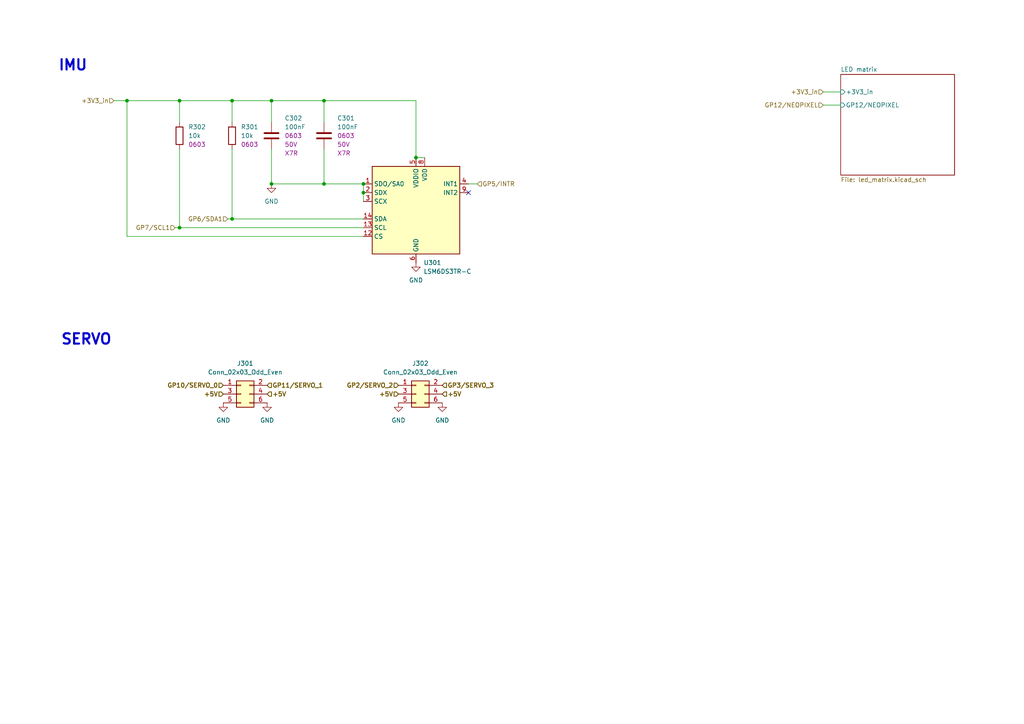
<source format=kicad_sch>
(kicad_sch (version 20231120) (generator "eeschema") (generator_version "8.0")
  (paper "A4")
  (lib_symbols
    (symbol "kidslab:C-100nF-0603-50V" (pin_numbers hide) (pin_names (offset 0.254))
      (property "Reference" "C?" (at 3.175 2.54 0))
      (property "Value" "100nF" (at 3.175 -1.27 0))
      (property "Footprint v" "0603" (at 5.715 -3.175 0))
      (property "Voltage Rating" "50V" (at 5.08 0.635 0))
      (property "Temperature Profile" "X7R" (at 9.525 0.635 0))
      (symbol "C-100nF-0603-50V_0_1"
        (polyline (pts (xy -2.032 -0.762) (xy 2.032 -0.762)) (stroke (width 0.508)))
        (polyline (pts (xy -2.032 0.762) (xy 2.032 0.762)) (stroke (width 0.508)))
      )
      (symbol "C-100nF-0603-50V_1_1"
        (pin passive line (at 0 3.81 270) (length 2.794) (name "~") (number "1"))
        (pin passive line (at 0 -3.81 90) (length 2.794) (name "~") (number "2"))
      )
    )
    (symbol "kidslab:LSM6DS3"
      (property "Reference" "U" (at -11.43 15.24 0))
      (property "Value" "LSM6DS3TR-C" (at -11.43 12.7 0))
      (symbol "LSM6DS3_0_1"
        (rectangle (start -12.7 12.7) (end 12.7 -12.7) (stroke (width 0.254)) (fill (type background)))
      )
      (symbol "LSM6DS3_1_1"
        (pin bidirectional line (at -15.24 7.62 0) (length 2.54) (name "SDO/SA0") (number "1"))
        (pin no_connect line (at 12.7 -5.08 180) (length 3.81) hide (name "NC") (number "10"))
        (pin no_connect line (at 12.7 -2.54 180) (length 3.81) hide (name "NC") (number "11"))
        (pin input line (at -15.24 -7.62 0) (length 2.54) (name "CS") (number "12"))
        (pin input line (at -15.24 -5.08 0) (length 2.54) (name "SCL") (number "13"))
        (pin bidirectional line (at -15.24 -2.54 0) (length 2.54) (name "SDA") (number "14"))
        (pin bidirectional line (at -15.24 5.08 0) (length 2.54) (name "SDX") (number "2"))
        (pin input line (at -15.24 2.54 0) (length 2.54) (name "SCX") (number "3"))
        (pin output line (at 15.24 7.62 180) (length 2.54) (name "INT1") (number "4"))
        (pin power_in line (at 0 15.24 270) (length 2.54) (name "VDDIO") (number "5"))
        (pin power_in line (at 0 -15.24 90) (length 2.54) (name "GND") (number "6"))
        (pin passive line (at 0 -15.24 90) (length 2.54) hide (name "GND") (number "7"))
        (pin power_in line (at 2.54 15.24 270) (length 2.54) (name "VDD") (number "8"))
        (pin output line (at 15.24 5.08 180) (length 2.54) (name "INT2") (number "9"))
      )
    )
    (symbol "kidslab:R-10k-0603" (pin_numbers hide) (pin_names (offset 0))
      (property "Reference" "R?" (at 2.032 0 90))
      (property "Value" "10k" (at 3.81 0 90))
      (property "Footprint dpl" "0603" (at 5.715 0 90))
      (symbol "R-10k-0603_0_1"
        (rectangle (start -1.016 -2.54) (end 1.016 2.54) (stroke (width 0.254)))
      )
      (symbol "R-10k-0603_1_1"
        (pin passive line (at 0 3.81 270) (length 1.27) (name "~") (number "1"))
        (pin passive line (at 0 -3.81 90) (length 1.27) (name "~") (number "2"))
      )
    )
    (symbol "kidslab:SMD_Conn_02x03_Servo" (pin_names (offset 1.016) hide)
      (property "Reference" "J" (at 1.27 5.08 0))
      (property "Value" "Conn_02x03_Odd_Even" (at 1.27 -5.08 0))
      (symbol "SMD_Conn_02x03_Servo_1_1"
        (rectangle (start -1.27 -2.413) (end 0 -2.667) (stroke (width 0.1524)))
        (rectangle (start -1.27 0.127) (end 0 -0.127) (stroke (width 0.1524)))
        (rectangle (start -1.27 2.667) (end 0 2.413) (stroke (width 0.1524)))
        (rectangle (start -1.27 3.81) (end 3.81 -3.81) (stroke (width 0.254)) (fill (type background)))
        (rectangle (start 3.81 -2.413) (end 2.54 -2.667) (stroke (width 0.1524)))
        (rectangle (start 3.81 0.127) (end 2.54 -0.127) (stroke (width 0.1524)))
        (rectangle (start 3.81 2.667) (end 2.54 2.413) (stroke (width 0.1524)))
        (pin passive line (at -5.08 2.54 0) (length 3.81) (name "Pin_1") (number "1"))
        (pin passive line (at 7.62 2.54 180) (length 3.81) (name "Pin_2") (number "2"))
        (pin passive line (at -5.08 0 0) (length 3.81) (name "Pin_3") (number "3"))
        (pin passive line (at 7.62 0 180) (length 3.81) (name "Pin_4") (number "4"))
        (pin passive line (at -5.08 -2.54 0) (length 3.81) (name "Pin_5") (number "5"))
        (pin passive line (at 7.62 -2.54 180) (length 3.81) (name "Pin_6") (number "6"))
      )
    )
    (symbol "power:GND" (power) (pin_numbers hide) (pin_names (offset 0) hide)
      (property "Value" "GND" (at 0 -3.81 0))
      (symbol "GND_0_1"
        (polyline (pts (xy 0 0) (xy 0 -1.27) (xy 1.27 -1.27) (xy 0 -2.54) (xy -1.27 -1.27) (xy 0 -1.27)))
      )
      (symbol "GND_1_1"
        (pin power_in line (at 0 0 270) (length 0) (name "~") (number "1"))
      )
    )
  )
  (junction (at 78.74 29.21))
  (junction (at 52.07 29.21))
  (junction (at 36.83 29.21))
  (junction (at 120.65 45.72))
  (junction (at 105.41 53.34))
  (junction (at 93.98 29.21))
  (junction (at 93.98 53.34))
  (junction (at 67.31 29.21))
  (junction (at 78.74 53.34))
  (junction (at 52.07 66.04))
  (junction (at 67.31 63.5))
  (junction (at 105.41 55.88))
  (no_connect (at 135.89 55.88))
  (wire (pts (xy 50.8 66.04) (xy 52.07 66.04)))
  (wire (pts (xy 67.31 29.21) (xy 67.31 35.56)))
  (wire (pts (xy 67.31 29.21) (xy 78.74 29.21)))
  (wire (pts (xy 120.65 45.72) (xy 123.19 45.72)))
  (wire (pts (xy 238.76 26.67) (xy 243.84 26.67)))
  (wire (pts (xy 67.31 63.5) (xy 67.31 43.18)))
  (wire (pts (xy 52.07 29.21) (xy 67.31 29.21)))
  (wire (pts (xy 36.83 29.21) (xy 52.07 29.21)))
  (wire (pts (xy 93.98 29.21) (xy 93.98 35.56)))
  (wire (pts (xy 238.76 30.48) (xy 243.84 30.48)))
  (wire (pts (xy 78.74 53.34) (xy 93.98 53.34)))
  (wire (pts (xy 105.41 55.88) (xy 105.41 58.42)))
  (wire (pts (xy 78.74 35.56) (xy 78.74 29.21)))
  (wire (pts (xy 52.07 29.21) (xy 52.07 35.56)))
  (wire (pts (xy 120.65 29.21) (xy 120.65 45.72)))
  (wire (pts (xy 135.89 53.34) (xy 138.43 53.34)))
  (wire (pts (xy 105.41 68.58) (xy 36.83 68.58)))
  (wire (pts (xy 78.74 29.21) (xy 93.98 29.21)))
  (wire (pts (xy 52.07 66.04) (xy 52.07 43.18)))
  (wire (pts (xy 36.83 68.58) (xy 36.83 29.21)))
  (wire (pts (xy 93.98 43.18) (xy 93.98 53.34)))
  (wire (pts (xy 93.98 29.21) (xy 120.65 29.21)))
  (wire (pts (xy 67.31 63.5) (xy 105.41 63.5)))
  (wire (pts (xy 78.74 43.18) (xy 78.74 53.34)))
  (wire (pts (xy 105.41 53.34) (xy 105.41 55.88)))
  (wire (pts (xy 33.02 29.21) (xy 36.83 29.21)))
  (wire (pts (xy 66.04 63.5) (xy 67.31 63.5)))
  (wire (pts (xy 93.98 53.34) (xy 105.41 53.34)))
  (wire (pts (xy 105.41 66.04) (xy 52.07 66.04)))
  (text "SERVO" (at 17.526 98.552 0) (effects (font (size 3 3) (thickness 0.6) (bold yes)) (justify left)))
  (text "IMU" (at 16.764 19.05 0) (effects (font (size 3 3) (thickness 0.6) (bold yes)) (justify left)))
  (hierarchical_label "GP10{slash}SERVO_0" (shape input) (at 64.77 111.76 180) (effects (font (thickness 0.254) (bold yes))))
  (hierarchical_label "GP7{slash}SCL1" (shape input) (at 50.8 66.04 180))
  (hierarchical_label "+5V" (shape input) (at 115.57 114.3 180) (effects (font (thickness 0.254) (bold yes))))
  (hierarchical_label "+5V" (shape input) (at 128.27 114.3 0) (effects (font (thickness 0.254) (bold yes))))
  (hierarchical_label "GP11{slash}SERVO_1" (shape input) (at 77.47 111.76 0) (effects (font (thickness 0.254) (bold yes))))
  (hierarchical_label "+3V3_in" (shape input) (at 238.76 26.67 180))
  (hierarchical_label "GP12{slash}NEOPIXEL" (shape input) (at 238.76 30.48 180))
  (hierarchical_label "+5V" (shape input) (at 64.77 114.3 180) (effects (font (thickness 0.254) (bold yes))))
  (hierarchical_label "GP2{slash}SERVO_2" (shape input) (at 115.57 111.76 180) (effects (font (thickness 0.254) (bold yes))))
  (hierarchical_label "GP6{slash}SDA1" (shape input) (at 66.04 63.5 180))
  (hierarchical_label "GP3{slash}SERVO_3" (shape input) (at 128.27 111.76 0) (effects (font (thickness 0.254) (bold yes))))
  (hierarchical_label "GP5{slash}INTR" (shape input) (at 138.43 53.34 0))
  (hierarchical_label "+3V3_in" (shape input) (at 33.02 29.21 180))
  (hierarchical_label "+5V" (shape input) (at 77.47 114.3 0) (effects (font (thickness 0.254) (bold yes))))
  (symbol (lib_id "kidslab:C-100nF-0603-50V") (at 93.98 39.37 0) (unit 1)
    (property "Reference" "C301" (at 97.79 34.2899 0) (effects (justify left)))
    (property "Value" "100nF" (at 97.79 36.8299 0) (effects (justify left)))
    (property "Footprint" "Capacitor_SMD:C_0603_1608Metric" (effects (hide yes)))
    (property "Description" "Unpolarized capacitor" (effects (hide yes)))
    (property "Footprint v" "0603" (at 97.79 39.3699 0) (effects (justify left)))
    (property "Voltage Rating" "50V" (at 97.79 41.9099 0) (effects (justify left)))
    (property "Temperature Profile" "X7R" (at 97.79 44.4499 0) (effects (justify left)))
    (property "LCSC Part #" "C14663" (effects (hide yes)))
  )
  (symbol (lib_id "kidslab:R-10k-0603") (at 52.07 39.37 0) (unit 1)
    (property "Reference" "R302" (at 54.61 36.8299 0) (effects (justify left)))
    (property "Value" "10k" (at 54.61 39.3699 0) (effects (justify left)))
    (property "Footprint" "Resistor_SMD:R_0603_1608Metric" (effects (hide yes)))
    (property "Description" "Resistor" (effects (hide yes)))
    (property "LCSC Part #" "C25804" (effects (hide yes)))
    (property "Footprint dpl" "0603" (at 54.61 41.9099 0) (effects (justify left)))
  )
  (symbol (lib_id "power:GND") (at 128.27 116.84 0) (unit 1)
    (property "Reference" "#PWR0306" (effects (hide yes)))
    (property "Value" "GND" (at 128.27 121.92 0))
    (property "Description" "Power symbol creates a global label with name \"GND\" , ground" (effects (hide yes)))
  )
  (symbol (lib_id "power:GND") (at 64.77 116.84 0) (unit 1)
    (property "Reference" "#PWR0304" (effects (hide yes)))
    (property "Value" "GND" (at 64.77 121.92 0))
    (property "Description" "Power symbol creates a global label with name \"GND\" , ground" (effects (hide yes)))
  )
  (symbol (lib_id "kidslab:SMD_Conn_02x03_Servo") (at 120.65 114.3 0) (unit 1)
    (property "Reference" "J302" (at 121.92 105.41 0))
    (property "Value" "Conn_02x03_Odd_Even" (at 121.92 107.95 0))
    (property "Footprint" "Connector_PinHeader_2.54mm:PinHeader_2x03_P2.54mm_Vertical_SMD" (effects (hide yes)))
    (property "Description" "Generic connector, double row, 02x03, odd/even pin numbering scheme (row 1 odd numbers, row 2 even numbers), script generated (kicad-library-utils/schlib/autogen/connector/)" (effects (hide yes)))
    (property "LCSC Part #" "C192301" (effects (hide yes)))
  )
  (symbol (lib_id "power:GND") (at 120.65 76.2 0) (unit 1)
    (property "Reference" "#PWR0302" (effects (hide yes)))
    (property "Value" "GND" (at 120.65 81.28 0))
    (property "Description" "Power symbol creates a global label with name \"GND\" , ground" (effects (hide yes)))
  )
  (symbol (lib_id "kidslab:R-10k-0603") (at 67.31 39.37 0) (unit 1)
    (property "Reference" "R301" (at 69.85 36.8299 0) (effects (justify left)))
    (property "Value" "10k" (at 69.85 39.3699 0) (effects (justify left)))
    (property "Footprint" "Resistor_SMD:R_0603_1608Metric" (effects (hide yes)))
    (property "Description" "Resistor" (effects (hide yes)))
    (property "LCSC Part #" "C25804" (effects (hide yes)))
    (property "Footprint dpl" "0603" (at 69.85 41.9099 0) (effects (justify left)))
  )
  (symbol (lib_id "kidslab:LSM6DS3") (at 120.65 60.96 0) (unit 1)
    (property "Reference" "U301" (at 122.8441 76.2 0) (effects (justify left)))
    (property "Value" "LSM6DS3TR-C" (at 122.8441 78.74 0) (effects (justify left)))
    (property "Footprint" "Package_LGA:LGA-14_3x2.5mm_P0.5mm_LayoutBorder3x4y" (effects (hide yes)))
    (property "Datasheet" "https://www.st.com/resource/en/datasheet/lsm6ds3tr-c.pdf" (effects (hide yes)))
    (property "Description" "I2C/SPI, iNEMO inertial module: always-on 3D accelerometer and 3D gyroscope" (effects (hide yes)))
    (property "LCSC Part #" "C967633" (effects (hide yes)))
  )
  (symbol (lib_id "power:GND") (at 77.47 116.84 0) (unit 1)
    (property "Reference" "#PWR0303" (effects (hide yes)))
    (property "Value" "GND" (at 77.47 121.92 0))
    (property "Description" "Power symbol creates a global label with name \"GND\" , ground" (effects (hide yes)))
  )
  (symbol (lib_id "power:GND") (at 78.74 53.34 0) (unit 1)
    (property "Reference" "#PWR0301" (effects (hide yes)))
    (property "Value" "GND" (at 78.74 58.42 0))
    (property "Description" "Power symbol creates a global label with name \"GND\" , ground" (effects (hide yes)))
  )
  (symbol (lib_id "kidslab:SMD_Conn_02x03_Servo") (at 69.85 114.3 0) (unit 1)
    (property "Reference" "J301" (at 71.12 105.41 0))
    (property "Value" "Conn_02x03_Odd_Even" (at 71.12 107.95 0))
    (property "Footprint" "Connector_PinHeader_2.54mm:PinHeader_2x03_P2.54mm_Vertical_SMD" (effects (hide yes)))
    (property "Description" "Generic connector, double row, 02x03, odd/even pin numbering scheme (row 1 odd numbers, row 2 even numbers), script generated (kicad-library-utils/schlib/autogen/connector/)" (effects (hide yes)))
    (property "LCSC Part #" "C192301" (effects (hide yes)))
  )
  (symbol (lib_id "power:GND") (at 115.57 116.84 0) (unit 1)
    (property "Reference" "#PWR0305" (effects (hide yes)))
    (property "Value" "GND" (at 115.57 121.92 0))
    (property "Description" "Power symbol creates a global label with name \"GND\" , ground" (effects (hide yes)))
  )
  (symbol (lib_id "kidslab:C-100nF-0603-50V") (at 78.74 39.37 0) (unit 1)
    (property "Reference" "C302" (at 82.55 34.2899 0) (effects (justify left)))
    (property "Value" "100nF" (at 82.55 36.8299 0) (effects (justify left)))
    (property "Footprint" "Capacitor_SMD:C_0603_1608Metric" (effects (hide yes)))
    (property "Description" "Unpolarized capacitor" (effects (hide yes)))
    (property "Footprint v" "0603" (at 82.55 39.3699 0) (effects (justify left)))
    (property "Voltage Rating" "50V" (at 82.55 41.9099 0) (effects (justify left)))
    (property "Temperature Profile" "X7R" (at 82.55 44.4499 0) (effects (justify left)))
    (property "LCSC Part #" "C14663" (effects (hide yes)))
  )
  (sheet (at 243.84 21.59) (size 33.02 29.21) (stroke (width 0.1524))
    (property "Sheetname" "LED matrix" (at 243.84 20.8784 0) (effects (justify left bottom)))
    (property "Sheetfile" "led_matrix.kicad_sch" (at 243.84 51.3846 0) (effects (justify left top)))
    (pin "+3V3_in" input (at 243.84 26.67 180))
    (pin "GP12{slash}NEOPIXEL" input (at 243.84 30.48 180))
  )
)
</source>
